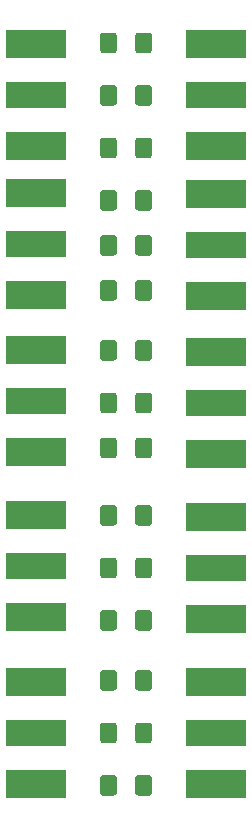
<source format=gbr>
%TF.GenerationSoftware,KiCad,Pcbnew,(5.1.10)-1*%
%TF.CreationDate,2021-09-08T14:11:29-04:00*%
%TF.ProjectId,ATTENS,41545445-4e53-42e6-9b69-6361645f7063,rev?*%
%TF.SameCoordinates,Original*%
%TF.FileFunction,Soldermask,Top*%
%TF.FilePolarity,Negative*%
%FSLAX46Y46*%
G04 Gerber Fmt 4.6, Leading zero omitted, Abs format (unit mm)*
G04 Created by KiCad (PCBNEW (5.1.10)-1) date 2021-09-08 14:11:29*
%MOMM*%
%LPD*%
G01*
G04 APERTURE LIST*
%ADD10R,5.080000X2.413000*%
%ADD11R,5.080000X2.286000*%
G04 APERTURE END LIST*
D10*
%TO.C,P1*%
X30480000Y-34163000D03*
X30480000Y-25527000D03*
D11*
X30480000Y-29845000D03*
%TD*%
D10*
%TO.C,P2*%
X30480000Y-46736000D03*
X30480000Y-38100000D03*
D11*
X30480000Y-42418000D03*
%TD*%
D10*
%TO.C,P3*%
X30480000Y-60071000D03*
X30480000Y-51435000D03*
D11*
X30480000Y-55753000D03*
%TD*%
%TO.C,P4*%
X30480000Y-69723000D03*
D10*
X30480000Y-65405000D03*
X30480000Y-74041000D03*
%TD*%
D11*
%TO.C,P5*%
X30480000Y-83820000D03*
D10*
X30480000Y-79502000D03*
X30480000Y-88138000D03*
%TD*%
D11*
%TO.C,P6*%
X45720000Y-29845000D03*
D10*
X45720000Y-25527000D03*
X45720000Y-34163000D03*
%TD*%
D11*
%TO.C,P7*%
X45720000Y-42545000D03*
D10*
X45720000Y-38227000D03*
X45720000Y-46863000D03*
%TD*%
D11*
%TO.C,P8*%
X45720000Y-55880000D03*
D10*
X45720000Y-51562000D03*
X45720000Y-60198000D03*
%TD*%
%TO.C,P9*%
X45720000Y-74168000D03*
X45720000Y-65532000D03*
D11*
X45720000Y-69850000D03*
%TD*%
D10*
%TO.C,P10*%
X45720000Y-88138000D03*
X45720000Y-79502000D03*
D11*
X45720000Y-83820000D03*
%TD*%
%TO.C,R1*%
G36*
G01*
X35900000Y-26025000D02*
X35900000Y-24775000D01*
G75*
G02*
X36150000Y-24525000I250000J0D01*
G01*
X37075000Y-24525000D01*
G75*
G02*
X37325000Y-24775000I0J-250000D01*
G01*
X37325000Y-26025000D01*
G75*
G02*
X37075000Y-26275000I-250000J0D01*
G01*
X36150000Y-26275000D01*
G75*
G02*
X35900000Y-26025000I0J250000D01*
G01*
G37*
G36*
G01*
X38875000Y-26025000D02*
X38875000Y-24775000D01*
G75*
G02*
X39125000Y-24525000I250000J0D01*
G01*
X40050000Y-24525000D01*
G75*
G02*
X40300000Y-24775000I0J-250000D01*
G01*
X40300000Y-26025000D01*
G75*
G02*
X40050000Y-26275000I-250000J0D01*
G01*
X39125000Y-26275000D01*
G75*
G02*
X38875000Y-26025000I0J250000D01*
G01*
G37*
%TD*%
%TO.C,R2*%
G36*
G01*
X38875000Y-39360000D02*
X38875000Y-38110000D01*
G75*
G02*
X39125000Y-37860000I250000J0D01*
G01*
X40050000Y-37860000D01*
G75*
G02*
X40300000Y-38110000I0J-250000D01*
G01*
X40300000Y-39360000D01*
G75*
G02*
X40050000Y-39610000I-250000J0D01*
G01*
X39125000Y-39610000D01*
G75*
G02*
X38875000Y-39360000I0J250000D01*
G01*
G37*
G36*
G01*
X35900000Y-39360000D02*
X35900000Y-38110000D01*
G75*
G02*
X36150000Y-37860000I250000J0D01*
G01*
X37075000Y-37860000D01*
G75*
G02*
X37325000Y-38110000I0J-250000D01*
G01*
X37325000Y-39360000D01*
G75*
G02*
X37075000Y-39610000I-250000J0D01*
G01*
X36150000Y-39610000D01*
G75*
G02*
X35900000Y-39360000I0J250000D01*
G01*
G37*
%TD*%
%TO.C,R3*%
G36*
G01*
X35900000Y-52060000D02*
X35900000Y-50810000D01*
G75*
G02*
X36150000Y-50560000I250000J0D01*
G01*
X37075000Y-50560000D01*
G75*
G02*
X37325000Y-50810000I0J-250000D01*
G01*
X37325000Y-52060000D01*
G75*
G02*
X37075000Y-52310000I-250000J0D01*
G01*
X36150000Y-52310000D01*
G75*
G02*
X35900000Y-52060000I0J250000D01*
G01*
G37*
G36*
G01*
X38875000Y-52060000D02*
X38875000Y-50810000D01*
G75*
G02*
X39125000Y-50560000I250000J0D01*
G01*
X40050000Y-50560000D01*
G75*
G02*
X40300000Y-50810000I0J-250000D01*
G01*
X40300000Y-52060000D01*
G75*
G02*
X40050000Y-52310000I-250000J0D01*
G01*
X39125000Y-52310000D01*
G75*
G02*
X38875000Y-52060000I0J250000D01*
G01*
G37*
%TD*%
%TO.C,R4*%
G36*
G01*
X35900000Y-66030000D02*
X35900000Y-64780000D01*
G75*
G02*
X36150000Y-64530000I250000J0D01*
G01*
X37075000Y-64530000D01*
G75*
G02*
X37325000Y-64780000I0J-250000D01*
G01*
X37325000Y-66030000D01*
G75*
G02*
X37075000Y-66280000I-250000J0D01*
G01*
X36150000Y-66280000D01*
G75*
G02*
X35900000Y-66030000I0J250000D01*
G01*
G37*
G36*
G01*
X38875000Y-66030000D02*
X38875000Y-64780000D01*
G75*
G02*
X39125000Y-64530000I250000J0D01*
G01*
X40050000Y-64530000D01*
G75*
G02*
X40300000Y-64780000I0J-250000D01*
G01*
X40300000Y-66030000D01*
G75*
G02*
X40050000Y-66280000I-250000J0D01*
G01*
X39125000Y-66280000D01*
G75*
G02*
X38875000Y-66030000I0J250000D01*
G01*
G37*
%TD*%
%TO.C,R5*%
G36*
G01*
X38875000Y-88890000D02*
X38875000Y-87640000D01*
G75*
G02*
X39125000Y-87390000I250000J0D01*
G01*
X40050000Y-87390000D01*
G75*
G02*
X40300000Y-87640000I0J-250000D01*
G01*
X40300000Y-88890000D01*
G75*
G02*
X40050000Y-89140000I-250000J0D01*
G01*
X39125000Y-89140000D01*
G75*
G02*
X38875000Y-88890000I0J250000D01*
G01*
G37*
G36*
G01*
X35900000Y-88890000D02*
X35900000Y-87640000D01*
G75*
G02*
X36150000Y-87390000I250000J0D01*
G01*
X37075000Y-87390000D01*
G75*
G02*
X37325000Y-87640000I0J-250000D01*
G01*
X37325000Y-88890000D01*
G75*
G02*
X37075000Y-89140000I-250000J0D01*
G01*
X36150000Y-89140000D01*
G75*
G02*
X35900000Y-88890000I0J250000D01*
G01*
G37*
%TD*%
%TO.C,R6*%
G36*
G01*
X37325000Y-29220000D02*
X37325000Y-30470000D01*
G75*
G02*
X37075000Y-30720000I-250000J0D01*
G01*
X36150000Y-30720000D01*
G75*
G02*
X35900000Y-30470000I0J250000D01*
G01*
X35900000Y-29220000D01*
G75*
G02*
X36150000Y-28970000I250000J0D01*
G01*
X37075000Y-28970000D01*
G75*
G02*
X37325000Y-29220000I0J-250000D01*
G01*
G37*
G36*
G01*
X40300000Y-29220000D02*
X40300000Y-30470000D01*
G75*
G02*
X40050000Y-30720000I-250000J0D01*
G01*
X39125000Y-30720000D01*
G75*
G02*
X38875000Y-30470000I0J250000D01*
G01*
X38875000Y-29220000D01*
G75*
G02*
X39125000Y-28970000I250000J0D01*
G01*
X40050000Y-28970000D01*
G75*
G02*
X40300000Y-29220000I0J-250000D01*
G01*
G37*
%TD*%
%TO.C,R7*%
G36*
G01*
X40300000Y-41920000D02*
X40300000Y-43170000D01*
G75*
G02*
X40050000Y-43420000I-250000J0D01*
G01*
X39125000Y-43420000D01*
G75*
G02*
X38875000Y-43170000I0J250000D01*
G01*
X38875000Y-41920000D01*
G75*
G02*
X39125000Y-41670000I250000J0D01*
G01*
X40050000Y-41670000D01*
G75*
G02*
X40300000Y-41920000I0J-250000D01*
G01*
G37*
G36*
G01*
X37325000Y-41920000D02*
X37325000Y-43170000D01*
G75*
G02*
X37075000Y-43420000I-250000J0D01*
G01*
X36150000Y-43420000D01*
G75*
G02*
X35900000Y-43170000I0J250000D01*
G01*
X35900000Y-41920000D01*
G75*
G02*
X36150000Y-41670000I250000J0D01*
G01*
X37075000Y-41670000D01*
G75*
G02*
X37325000Y-41920000I0J-250000D01*
G01*
G37*
%TD*%
%TO.C,R8*%
G36*
G01*
X40300000Y-55255000D02*
X40300000Y-56505000D01*
G75*
G02*
X40050000Y-56755000I-250000J0D01*
G01*
X39125000Y-56755000D01*
G75*
G02*
X38875000Y-56505000I0J250000D01*
G01*
X38875000Y-55255000D01*
G75*
G02*
X39125000Y-55005000I250000J0D01*
G01*
X40050000Y-55005000D01*
G75*
G02*
X40300000Y-55255000I0J-250000D01*
G01*
G37*
G36*
G01*
X37325000Y-55255000D02*
X37325000Y-56505000D01*
G75*
G02*
X37075000Y-56755000I-250000J0D01*
G01*
X36150000Y-56755000D01*
G75*
G02*
X35900000Y-56505000I0J250000D01*
G01*
X35900000Y-55255000D01*
G75*
G02*
X36150000Y-55005000I250000J0D01*
G01*
X37075000Y-55005000D01*
G75*
G02*
X37325000Y-55255000I0J-250000D01*
G01*
G37*
%TD*%
%TO.C,R9*%
G36*
G01*
X37325000Y-69225000D02*
X37325000Y-70475000D01*
G75*
G02*
X37075000Y-70725000I-250000J0D01*
G01*
X36150000Y-70725000D01*
G75*
G02*
X35900000Y-70475000I0J250000D01*
G01*
X35900000Y-69225000D01*
G75*
G02*
X36150000Y-68975000I250000J0D01*
G01*
X37075000Y-68975000D01*
G75*
G02*
X37325000Y-69225000I0J-250000D01*
G01*
G37*
G36*
G01*
X40300000Y-69225000D02*
X40300000Y-70475000D01*
G75*
G02*
X40050000Y-70725000I-250000J0D01*
G01*
X39125000Y-70725000D01*
G75*
G02*
X38875000Y-70475000I0J250000D01*
G01*
X38875000Y-69225000D01*
G75*
G02*
X39125000Y-68975000I250000J0D01*
G01*
X40050000Y-68975000D01*
G75*
G02*
X40300000Y-69225000I0J-250000D01*
G01*
G37*
%TD*%
%TO.C,R10*%
G36*
G01*
X40300000Y-83195000D02*
X40300000Y-84445000D01*
G75*
G02*
X40050000Y-84695000I-250000J0D01*
G01*
X39125000Y-84695000D01*
G75*
G02*
X38875000Y-84445000I0J250000D01*
G01*
X38875000Y-83195000D01*
G75*
G02*
X39125000Y-82945000I250000J0D01*
G01*
X40050000Y-82945000D01*
G75*
G02*
X40300000Y-83195000I0J-250000D01*
G01*
G37*
G36*
G01*
X37325000Y-83195000D02*
X37325000Y-84445000D01*
G75*
G02*
X37075000Y-84695000I-250000J0D01*
G01*
X36150000Y-84695000D01*
G75*
G02*
X35900000Y-84445000I0J250000D01*
G01*
X35900000Y-83195000D01*
G75*
G02*
X36150000Y-82945000I250000J0D01*
G01*
X37075000Y-82945000D01*
G75*
G02*
X37325000Y-83195000I0J-250000D01*
G01*
G37*
%TD*%
%TO.C,R11*%
G36*
G01*
X40300000Y-33665000D02*
X40300000Y-34915000D01*
G75*
G02*
X40050000Y-35165000I-250000J0D01*
G01*
X39125000Y-35165000D01*
G75*
G02*
X38875000Y-34915000I0J250000D01*
G01*
X38875000Y-33665000D01*
G75*
G02*
X39125000Y-33415000I250000J0D01*
G01*
X40050000Y-33415000D01*
G75*
G02*
X40300000Y-33665000I0J-250000D01*
G01*
G37*
G36*
G01*
X37325000Y-33665000D02*
X37325000Y-34915000D01*
G75*
G02*
X37075000Y-35165000I-250000J0D01*
G01*
X36150000Y-35165000D01*
G75*
G02*
X35900000Y-34915000I0J250000D01*
G01*
X35900000Y-33665000D01*
G75*
G02*
X36150000Y-33415000I250000J0D01*
G01*
X37075000Y-33415000D01*
G75*
G02*
X37325000Y-33665000I0J-250000D01*
G01*
G37*
%TD*%
%TO.C,R12*%
G36*
G01*
X37325000Y-45730000D02*
X37325000Y-46980000D01*
G75*
G02*
X37075000Y-47230000I-250000J0D01*
G01*
X36150000Y-47230000D01*
G75*
G02*
X35900000Y-46980000I0J250000D01*
G01*
X35900000Y-45730000D01*
G75*
G02*
X36150000Y-45480000I250000J0D01*
G01*
X37075000Y-45480000D01*
G75*
G02*
X37325000Y-45730000I0J-250000D01*
G01*
G37*
G36*
G01*
X40300000Y-45730000D02*
X40300000Y-46980000D01*
G75*
G02*
X40050000Y-47230000I-250000J0D01*
G01*
X39125000Y-47230000D01*
G75*
G02*
X38875000Y-46980000I0J250000D01*
G01*
X38875000Y-45730000D01*
G75*
G02*
X39125000Y-45480000I250000J0D01*
G01*
X40050000Y-45480000D01*
G75*
G02*
X40300000Y-45730000I0J-250000D01*
G01*
G37*
%TD*%
%TO.C,R13*%
G36*
G01*
X37325000Y-59065000D02*
X37325000Y-60315000D01*
G75*
G02*
X37075000Y-60565000I-250000J0D01*
G01*
X36150000Y-60565000D01*
G75*
G02*
X35900000Y-60315000I0J250000D01*
G01*
X35900000Y-59065000D01*
G75*
G02*
X36150000Y-58815000I250000J0D01*
G01*
X37075000Y-58815000D01*
G75*
G02*
X37325000Y-59065000I0J-250000D01*
G01*
G37*
G36*
G01*
X40300000Y-59065000D02*
X40300000Y-60315000D01*
G75*
G02*
X40050000Y-60565000I-250000J0D01*
G01*
X39125000Y-60565000D01*
G75*
G02*
X38875000Y-60315000I0J250000D01*
G01*
X38875000Y-59065000D01*
G75*
G02*
X39125000Y-58815000I250000J0D01*
G01*
X40050000Y-58815000D01*
G75*
G02*
X40300000Y-59065000I0J-250000D01*
G01*
G37*
%TD*%
%TO.C,R14*%
G36*
G01*
X40300000Y-73670000D02*
X40300000Y-74920000D01*
G75*
G02*
X40050000Y-75170000I-250000J0D01*
G01*
X39125000Y-75170000D01*
G75*
G02*
X38875000Y-74920000I0J250000D01*
G01*
X38875000Y-73670000D01*
G75*
G02*
X39125000Y-73420000I250000J0D01*
G01*
X40050000Y-73420000D01*
G75*
G02*
X40300000Y-73670000I0J-250000D01*
G01*
G37*
G36*
G01*
X37325000Y-73670000D02*
X37325000Y-74920000D01*
G75*
G02*
X37075000Y-75170000I-250000J0D01*
G01*
X36150000Y-75170000D01*
G75*
G02*
X35900000Y-74920000I0J250000D01*
G01*
X35900000Y-73670000D01*
G75*
G02*
X36150000Y-73420000I250000J0D01*
G01*
X37075000Y-73420000D01*
G75*
G02*
X37325000Y-73670000I0J-250000D01*
G01*
G37*
%TD*%
%TO.C,R15*%
G36*
G01*
X37325000Y-78750000D02*
X37325000Y-80000000D01*
G75*
G02*
X37075000Y-80250000I-250000J0D01*
G01*
X36150000Y-80250000D01*
G75*
G02*
X35900000Y-80000000I0J250000D01*
G01*
X35900000Y-78750000D01*
G75*
G02*
X36150000Y-78500000I250000J0D01*
G01*
X37075000Y-78500000D01*
G75*
G02*
X37325000Y-78750000I0J-250000D01*
G01*
G37*
G36*
G01*
X40300000Y-78750000D02*
X40300000Y-80000000D01*
G75*
G02*
X40050000Y-80250000I-250000J0D01*
G01*
X39125000Y-80250000D01*
G75*
G02*
X38875000Y-80000000I0J250000D01*
G01*
X38875000Y-78750000D01*
G75*
G02*
X39125000Y-78500000I250000J0D01*
G01*
X40050000Y-78500000D01*
G75*
G02*
X40300000Y-78750000I0J-250000D01*
G01*
G37*
%TD*%
M02*

</source>
